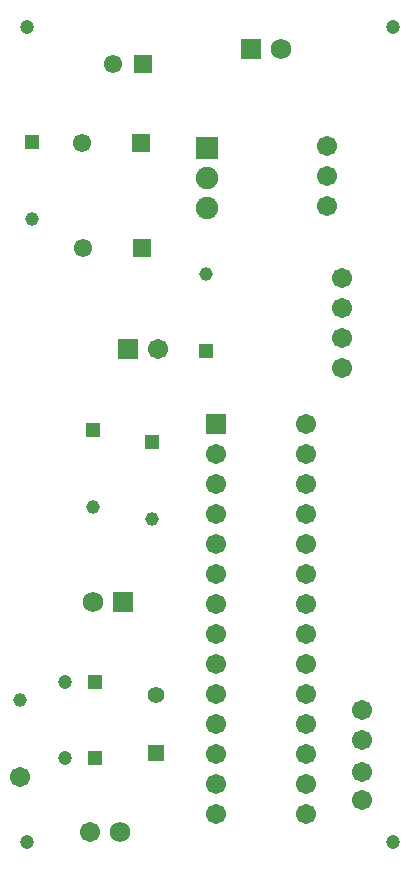
<source format=gbr>
G04*
G04 #@! TF.GenerationSoftware,Altium Limited,Altium Designer,22.4.2 (48)*
G04*
G04 Layer_Color=8388736*
%FSLAX44Y44*%
%MOMM*%
G71*
G04*
G04 #@! TF.SameCoordinates,FA8E5277-3887-454B-883E-EC14CB0092E5*
G04*
G04*
G04 #@! TF.FilePolarity,Negative*
G04*
G01*
G75*
%ADD14C,1.1500*%
%ADD15C,1.7032*%
%ADD16C,1.5532*%
%ADD17R,1.5532X1.5532*%
%ADD18C,1.7532*%
%ADD19R,1.7532X1.7532*%
%ADD20R,1.4032X1.4032*%
%ADD21C,1.4032*%
%ADD22R,1.1500X1.1500*%
%ADD23R,1.2000X1.2000*%
%ADD24C,1.2000*%
%ADD25R,1.5500X1.5500*%
%ADD26R,1.9032X1.9032*%
%ADD27C,1.5500*%
%ADD28C,1.2032*%
%ADD29R,1.7032X1.7032*%
%ADD30C,1.9032*%
D14*
X744220Y600710D02*
D03*
X754380Y1007330D02*
D03*
X901700Y961170D02*
D03*
X855980Y753330D02*
D03*
X806450Y763710D02*
D03*
D15*
X744220Y535110D02*
D03*
X803910Y488950D02*
D03*
X986790Y529590D02*
D03*
X1017270Y957580D02*
D03*
Y932180D02*
D03*
Y906780D02*
D03*
Y881380D02*
D03*
X861060Y897890D02*
D03*
X1004570Y1069340D02*
D03*
Y1043940D02*
D03*
Y1018540D02*
D03*
X986790Y504190D02*
D03*
Y554990D02*
D03*
Y580390D02*
D03*
Y605790D02*
D03*
Y631190D02*
D03*
Y656590D02*
D03*
Y681990D02*
D03*
Y707390D02*
D03*
Y732790D02*
D03*
Y758190D02*
D03*
Y783590D02*
D03*
Y808990D02*
D03*
Y834390D02*
D03*
X910590Y504190D02*
D03*
Y529590D02*
D03*
Y554990D02*
D03*
Y580390D02*
D03*
Y605790D02*
D03*
Y631190D02*
D03*
Y656590D02*
D03*
Y681990D02*
D03*
Y707390D02*
D03*
Y732790D02*
D03*
Y758190D02*
D03*
Y783590D02*
D03*
Y808990D02*
D03*
X1033780Y515620D02*
D03*
Y539750D02*
D03*
Y566420D02*
D03*
Y591820D02*
D03*
D16*
X796690Y1071880D02*
D03*
X797960Y982980D02*
D03*
D17*
X846690Y1071880D02*
D03*
X847960Y982980D02*
D03*
D18*
X805815Y683260D02*
D03*
X829310Y488950D02*
D03*
X965200Y1151890D02*
D03*
D19*
X831215Y683260D02*
D03*
X939800Y1151890D02*
D03*
D20*
X859790Y555720D02*
D03*
D21*
Y604520D02*
D03*
D22*
X754380Y1072930D02*
D03*
X901700Y895570D02*
D03*
X855980Y818930D02*
D03*
X806450Y829310D02*
D03*
D23*
X807720Y615950D02*
D03*
Y551180D02*
D03*
D24*
X782720Y615950D02*
D03*
Y551180D02*
D03*
D25*
X848360Y1138730D02*
D03*
D26*
X902970Y1068070D02*
D03*
D27*
X822960Y1138730D02*
D03*
D28*
X1060000Y1170000D02*
D03*
Y480000D02*
D03*
X750000D02*
D03*
Y1170000D02*
D03*
D29*
X835660Y897890D02*
D03*
X910590Y834390D02*
D03*
D30*
X902970Y1017270D02*
D03*
Y1042670D02*
D03*
M02*

</source>
